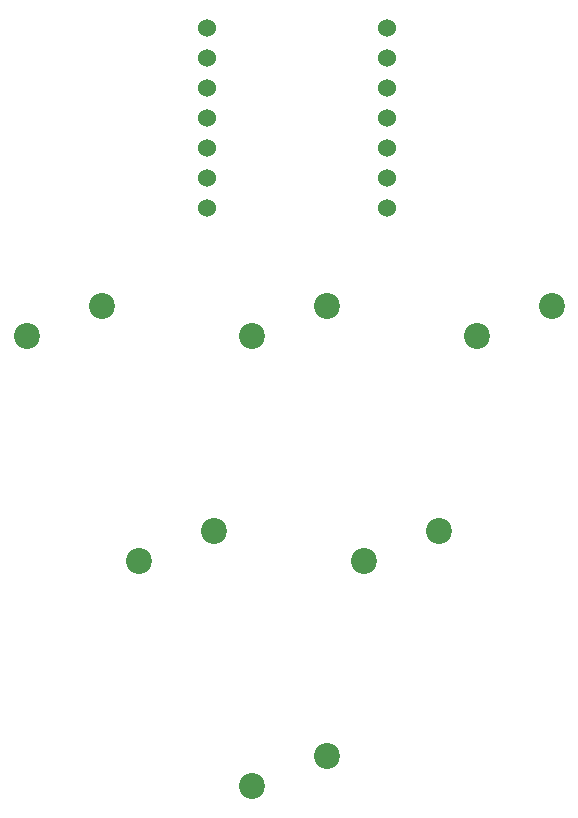
<source format=gbr>
%TF.GenerationSoftware,KiCad,Pcbnew,9.0.2*%
%TF.CreationDate,2025-07-05T15:14:08-07:00*%
%TF.ProjectId,Hackpad,4861636b-7061-4642-9e6b-696361645f70,rev?*%
%TF.SameCoordinates,Original*%
%TF.FileFunction,Copper,L2,Bot*%
%TF.FilePolarity,Positive*%
%FSLAX46Y46*%
G04 Gerber Fmt 4.6, Leading zero omitted, Abs format (unit mm)*
G04 Created by KiCad (PCBNEW 9.0.2) date 2025-07-05 15:14:08*
%MOMM*%
%LPD*%
G01*
G04 APERTURE LIST*
%TA.AperFunction,ComponentPad*%
%ADD10C,1.524000*%
%TD*%
%TA.AperFunction,ComponentPad*%
%ADD11C,2.200000*%
%TD*%
G04 APERTURE END LIST*
D10*
%TO.P,U1,1,GPIO26/ADC0/A0*%
%TO.N,unconnected-(U1-GPIO26{slash}ADC0{slash}A0-Pad1)*%
X123666250Y-92868750D03*
%TO.P,U1,2,GPIO27/ADC1/A1*%
%TO.N,unconnected-(U1-GPIO27{slash}ADC1{slash}A1-Pad2)*%
X123666250Y-95408750D03*
%TO.P,U1,3,GPIO28/ADC2/A2*%
%TO.N,unconnected-(U1-GPIO28{slash}ADC2{slash}A2-Pad3)*%
X123666250Y-97948750D03*
%TO.P,U1,4,GPIO29/ADC3/A3*%
%TO.N,unconnected-(U1-GPIO29{slash}ADC3{slash}A3-Pad4)*%
X123666250Y-100488750D03*
%TO.P,U1,5,GPIO6/SDA*%
%TO.N,Net-(D1-DIN)*%
X123666250Y-103028750D03*
%TO.P,U1,6,GPIO7/SCL*%
%TO.N,Net-(U1-GPIO7{slash}SCL)*%
X123666250Y-105568750D03*
%TO.P,U1,7,GPIO0/TX*%
%TO.N,Net-(U1-GPIO0{slash}TX)*%
X123666250Y-108108750D03*
%TO.P,U1,8,GPIO1/RX*%
%TO.N,Net-(U1-GPIO1{slash}RX)*%
X138906250Y-108108750D03*
%TO.P,U1,9,GPIO2/SCK*%
%TO.N,Net-(U1-GPIO2{slash}SCK)*%
X138906250Y-105568750D03*
%TO.P,U1,10,GPIO4/MISO*%
%TO.N,Net-(U1-GPIO4{slash}MISO)*%
X138906250Y-103028750D03*
%TO.P,U1,11,GPIO3/MOSI*%
%TO.N,Net-(U1-GPIO3{slash}MOSI)*%
X138906250Y-100488750D03*
%TO.P,U1,12,3V3*%
%TO.N,unconnected-(U1-3V3-Pad12)*%
X138906250Y-97948750D03*
%TO.P,U1,13,GND*%
%TO.N,GND*%
X138906250Y-95408750D03*
%TO.P,U1,14,VBUS*%
%TO.N,+5V*%
X138906250Y-92868750D03*
%TD*%
D11*
%TO.P,SW2,2,2*%
%TO.N,Net-(U1-GPIO2{slash}SCK)*%
X127476250Y-118903750D03*
%TO.P,SW2,1,1*%
%TO.N,GND*%
X133826250Y-116363750D03*
%TD*%
%TO.P,SW8,1,1*%
%TO.N,GND*%
X152876250Y-116363750D03*
%TO.P,SW8,2,2*%
%TO.N,Net-(U1-GPIO7{slash}SCL)*%
X146526250Y-118903750D03*
%TD*%
%TO.P,SW4,2,2*%
%TO.N,Net-(U1-GPIO3{slash}MOSI)*%
X117951250Y-137953750D03*
%TO.P,SW4,1,1*%
%TO.N,GND*%
X124301250Y-135413750D03*
%TD*%
%TO.P,SW5,1,1*%
%TO.N,GND*%
X114776250Y-116363750D03*
%TO.P,SW5,2,2*%
%TO.N,Net-(U1-GPIO0{slash}TX)*%
X108426250Y-118903750D03*
%TD*%
%TO.P,SW1,2,2*%
%TO.N,Net-(U1-GPIO1{slash}RX)*%
X127476250Y-157003750D03*
%TO.P,SW1,1,1*%
%TO.N,GND*%
X133826250Y-154463750D03*
%TD*%
%TO.P,SW3,2,2*%
%TO.N,Net-(U1-GPIO4{slash}MISO)*%
X137001250Y-137953750D03*
%TO.P,SW3,1,1*%
%TO.N,GND*%
X143351250Y-135413750D03*
%TD*%
M02*

</source>
